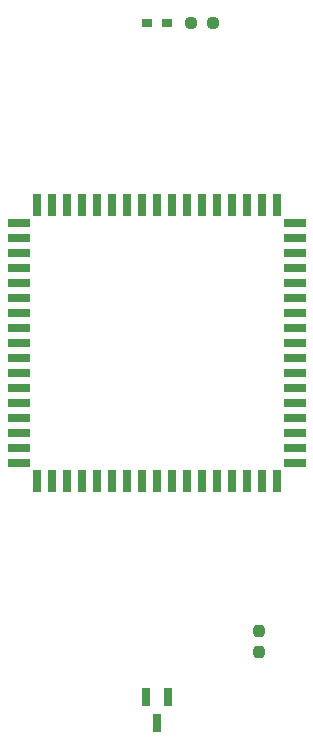
<source format=gbr>
G04 #@! TF.GenerationSoftware,KiCad,Pcbnew,9.0.6-9.0.6~ubuntu25.10.1*
G04 #@! TF.CreationDate,2025-12-01T20:39:09+09:00*
G04 #@! TF.ProjectId,bionic-z280,62696f6e-6963-42d7-9a32-38302e6b6963,1*
G04 #@! TF.SameCoordinates,Original*
G04 #@! TF.FileFunction,Paste,Top*
G04 #@! TF.FilePolarity,Positive*
%FSLAX46Y46*%
G04 Gerber Fmt 4.6, Leading zero omitted, Abs format (unit mm)*
G04 Created by KiCad (PCBNEW 9.0.6-9.0.6~ubuntu25.10.1) date 2025-12-01 20:39:09*
%MOMM*%
%LPD*%
G01*
G04 APERTURE LIST*
G04 Aperture macros list*
%AMRoundRect*
0 Rectangle with rounded corners*
0 $1 Rounding radius*
0 $2 $3 $4 $5 $6 $7 $8 $9 X,Y pos of 4 corners*
0 Add a 4 corners polygon primitive as box body*
4,1,4,$2,$3,$4,$5,$6,$7,$8,$9,$2,$3,0*
0 Add four circle primitives for the rounded corners*
1,1,$1+$1,$2,$3*
1,1,$1+$1,$4,$5*
1,1,$1+$1,$6,$7*
1,1,$1+$1,$8,$9*
0 Add four rect primitives between the rounded corners*
20,1,$1+$1,$2,$3,$4,$5,0*
20,1,$1+$1,$4,$5,$6,$7,0*
20,1,$1+$1,$6,$7,$8,$9,0*
20,1,$1+$1,$8,$9,$2,$3,0*%
G04 Aperture macros list end*
%ADD10R,0.965200X0.762000*%
%ADD11R,0.660400X1.625600*%
%ADD12RoundRect,0.237500X-0.250000X-0.237500X0.250000X-0.237500X0.250000X0.237500X-0.250000X0.237500X0*%
%ADD13RoundRect,0.237500X0.237500X-0.250000X0.237500X0.250000X-0.237500X0.250000X-0.237500X-0.250000X0*%
%ADD14R,0.700000X1.910000*%
%ADD15R,1.910000X0.700000*%
G04 APERTURE END LIST*
D10*
X114576300Y-71600200D03*
X112823700Y-71600200D03*
D11*
X114639801Y-128699400D03*
X112739799Y-128699400D03*
X113689800Y-130831400D03*
D12*
X116597500Y-71600200D03*
X118422500Y-71600200D03*
D13*
X122336000Y-124887500D03*
X122336000Y-123062500D03*
D14*
X113674600Y-86985100D03*
X112404600Y-86985100D03*
X111134600Y-86985100D03*
X109864600Y-86985100D03*
X108594600Y-86985100D03*
X107324600Y-86985100D03*
X106054600Y-86985100D03*
X104784600Y-86985100D03*
X103514600Y-86985100D03*
D15*
X101994600Y-88505100D03*
X101994600Y-89775100D03*
X101994600Y-91045100D03*
X101994600Y-92315100D03*
X101994600Y-93585100D03*
X101994600Y-94855100D03*
X101994600Y-96125100D03*
X101994600Y-97395100D03*
X101994600Y-98665100D03*
X101994600Y-99935100D03*
X101994600Y-101205100D03*
X101994600Y-102475100D03*
X101994600Y-103745100D03*
X101994600Y-105015100D03*
X101994600Y-106285100D03*
X101994600Y-107555100D03*
X101994600Y-108825100D03*
D14*
X103514600Y-110345100D03*
X104784600Y-110345100D03*
X106054600Y-110345100D03*
X107324600Y-110345100D03*
X108594600Y-110345100D03*
X109864600Y-110345100D03*
X111134600Y-110345100D03*
X112404600Y-110345100D03*
X113674600Y-110345100D03*
X114944600Y-110345100D03*
X116214600Y-110345100D03*
X117484600Y-110345100D03*
X118754600Y-110345100D03*
X120024600Y-110345100D03*
X121294600Y-110345100D03*
X122564600Y-110345100D03*
X123834600Y-110345100D03*
D15*
X125354600Y-108825100D03*
X125354600Y-107555100D03*
X125354600Y-106285100D03*
X125354600Y-105015100D03*
X125354600Y-103745100D03*
X125354600Y-102475100D03*
X125354600Y-101205100D03*
X125354600Y-99935100D03*
X125354600Y-98665100D03*
X125354600Y-97395100D03*
X125354600Y-96125100D03*
X125354600Y-94855100D03*
X125354600Y-93585100D03*
X125354600Y-92315100D03*
X125354600Y-91045100D03*
X125354600Y-89775100D03*
X125354600Y-88505100D03*
D14*
X123834600Y-86985100D03*
X122564600Y-86985100D03*
X121294600Y-86985100D03*
X120024600Y-86985100D03*
X118754600Y-86985100D03*
X117484600Y-86985100D03*
X116214600Y-86985100D03*
X114944600Y-86985100D03*
M02*

</source>
